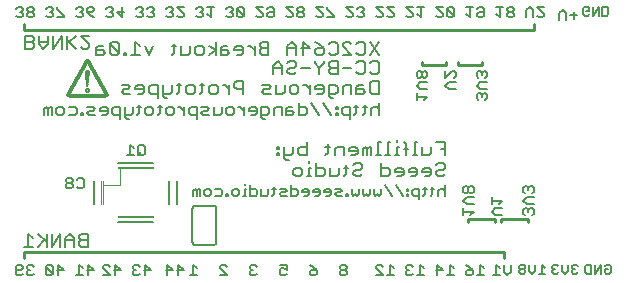
<source format=gbo>
G75*
G70*
%OFA0B0*%
%FSLAX24Y24*%
%IPPOS*%
%LPD*%
%AMOC8*
5,1,8,0,0,1.08239X$1,22.5*
%
%ADD10C,0.0050*%
%ADD11C,0.0100*%
%ADD12C,0.0060*%
%ADD13C,0.0120*%
%ADD14C,0.0025*%
D10*
X000929Y001686D02*
X000871Y001745D01*
X000871Y001978D01*
X000929Y002037D01*
X001046Y002037D01*
X001105Y001978D01*
X001105Y001920D01*
X001046Y001861D01*
X000871Y001861D01*
X000929Y001686D02*
X001046Y001686D01*
X001105Y001745D01*
X001239Y001745D02*
X001298Y001686D01*
X001415Y001686D01*
X001473Y001745D01*
X001356Y001861D02*
X001298Y001861D01*
X001239Y001803D01*
X001239Y001745D01*
X001298Y001861D02*
X001239Y001920D01*
X001239Y001978D01*
X001298Y002037D01*
X001415Y002037D01*
X001473Y001978D01*
X001871Y001978D02*
X001871Y001745D01*
X001929Y001686D01*
X002046Y001686D01*
X002105Y001745D01*
X001871Y001978D01*
X001929Y002037D01*
X002046Y002037D01*
X002105Y001978D01*
X002105Y001745D01*
X002239Y001861D02*
X002473Y001861D01*
X002298Y002037D01*
X002298Y001686D01*
X002871Y001686D02*
X003105Y001686D01*
X002988Y001686D02*
X002988Y002037D01*
X003105Y001920D01*
X003239Y001861D02*
X003473Y001861D01*
X003298Y002037D01*
X003298Y001686D01*
X003771Y001686D02*
X004005Y001686D01*
X003771Y001920D01*
X003771Y001978D01*
X003829Y002037D01*
X003946Y002037D01*
X004005Y001978D01*
X004139Y001861D02*
X004373Y001861D01*
X004198Y002037D01*
X004198Y001686D01*
X004771Y001745D02*
X004829Y001686D01*
X004946Y001686D01*
X005005Y001745D01*
X004888Y001861D02*
X004829Y001861D01*
X004771Y001803D01*
X004771Y001745D01*
X004829Y001861D02*
X004771Y001920D01*
X004771Y001978D01*
X004829Y002037D01*
X004946Y002037D01*
X005005Y001978D01*
X005139Y001861D02*
X005373Y001861D01*
X005198Y002037D01*
X005198Y001686D01*
X005871Y001861D02*
X006105Y001861D01*
X005929Y002037D01*
X005929Y001686D01*
X006239Y001861D02*
X006473Y001861D01*
X006298Y002037D01*
X006298Y001686D01*
X006671Y001686D02*
X006905Y001686D01*
X006788Y001686D02*
X006788Y002037D01*
X006905Y001920D01*
X007671Y001920D02*
X007671Y001978D01*
X007729Y002037D01*
X007846Y002037D01*
X007905Y001978D01*
X007671Y001920D02*
X007905Y001686D01*
X007671Y001686D01*
X008671Y001745D02*
X008729Y001686D01*
X008846Y001686D01*
X008905Y001745D01*
X008788Y001861D02*
X008729Y001861D01*
X008671Y001803D01*
X008671Y001745D01*
X008729Y001861D02*
X008671Y001920D01*
X008671Y001978D01*
X008729Y002037D01*
X008846Y002037D01*
X008905Y001978D01*
X009671Y002037D02*
X009905Y002037D01*
X009905Y001861D01*
X009788Y001920D01*
X009729Y001920D01*
X009671Y001861D01*
X009671Y001745D01*
X009729Y001686D01*
X009846Y001686D01*
X009905Y001745D01*
X010671Y001745D02*
X010671Y001803D01*
X010729Y001861D01*
X010905Y001861D01*
X010905Y001745D01*
X010846Y001686D01*
X010729Y001686D01*
X010671Y001745D01*
X010788Y001978D02*
X010905Y001861D01*
X010788Y001978D02*
X010671Y002037D01*
X011671Y001978D02*
X011671Y001920D01*
X011729Y001861D01*
X011846Y001861D01*
X011905Y001920D01*
X011905Y001978D01*
X011846Y002037D01*
X011729Y002037D01*
X011671Y001978D01*
X011729Y001861D02*
X011671Y001803D01*
X011671Y001745D01*
X011729Y001686D01*
X011846Y001686D01*
X011905Y001745D01*
X011905Y001803D01*
X011846Y001861D01*
X012871Y001920D02*
X012871Y001978D01*
X012929Y002037D01*
X013046Y002037D01*
X013105Y001978D01*
X012871Y001920D02*
X013105Y001686D01*
X012871Y001686D01*
X013239Y001686D02*
X013473Y001686D01*
X013356Y001686D02*
X013356Y002037D01*
X013473Y001920D01*
X013871Y001920D02*
X013929Y001861D01*
X013871Y001803D01*
X013871Y001745D01*
X013929Y001686D01*
X014046Y001686D01*
X014105Y001745D01*
X014239Y001686D02*
X014473Y001686D01*
X014356Y001686D02*
X014356Y002037D01*
X014473Y001920D01*
X014105Y001978D02*
X014046Y002037D01*
X013929Y002037D01*
X013871Y001978D01*
X013871Y001920D01*
X013929Y001861D02*
X013988Y001861D01*
X014871Y001861D02*
X015105Y001861D01*
X014929Y002037D01*
X014929Y001686D01*
X015239Y001686D02*
X015473Y001686D01*
X015356Y001686D02*
X015356Y002037D01*
X015473Y001920D01*
X015871Y002037D02*
X015988Y001978D01*
X016105Y001861D01*
X015929Y001861D01*
X015871Y001803D01*
X015871Y001745D01*
X015929Y001686D01*
X016046Y001686D01*
X016105Y001745D01*
X016105Y001861D01*
X016239Y001686D02*
X016473Y001686D01*
X016356Y001686D02*
X016356Y002037D01*
X016473Y001920D01*
X016771Y001686D02*
X017005Y001686D01*
X016888Y001686D02*
X016888Y002037D01*
X017005Y001920D01*
X017139Y001803D02*
X017139Y002037D01*
X017373Y002037D02*
X017373Y001803D01*
X017256Y001686D01*
X017139Y001803D01*
X017658Y001786D02*
X017708Y001736D01*
X017809Y001736D01*
X017859Y001786D01*
X017859Y001836D01*
X017809Y001886D01*
X017708Y001886D01*
X017658Y001836D01*
X017658Y001786D01*
X017708Y001886D02*
X017658Y001936D01*
X017658Y001986D01*
X017708Y002036D01*
X017809Y002036D01*
X017859Y001986D01*
X017859Y001936D01*
X017809Y001886D01*
X017981Y001836D02*
X018081Y001736D01*
X018181Y001836D01*
X018181Y002036D01*
X017981Y002036D02*
X017981Y001836D01*
X018303Y001736D02*
X018503Y001736D01*
X018403Y001736D02*
X018403Y002036D01*
X018503Y001936D01*
X018758Y001936D02*
X018758Y001986D01*
X018808Y002036D01*
X018909Y002036D01*
X018959Y001986D01*
X019081Y002036D02*
X019081Y001836D01*
X019181Y001736D01*
X019281Y001836D01*
X019281Y002036D01*
X019403Y001986D02*
X019403Y001936D01*
X019453Y001886D01*
X019403Y001836D01*
X019403Y001786D01*
X019453Y001736D01*
X019553Y001736D01*
X019603Y001786D01*
X019503Y001886D02*
X019453Y001886D01*
X019403Y001986D02*
X019453Y002036D01*
X019553Y002036D01*
X019603Y001986D01*
X019858Y001986D02*
X019858Y001786D01*
X019908Y001736D01*
X020059Y001736D01*
X020059Y002036D01*
X019908Y002036D01*
X019858Y001986D01*
X020181Y002036D02*
X020181Y001736D01*
X020381Y002036D01*
X020381Y001736D01*
X020503Y001786D02*
X020503Y001886D01*
X020603Y001886D01*
X020503Y001786D02*
X020553Y001736D01*
X020653Y001736D01*
X020703Y001786D01*
X020703Y001986D01*
X020653Y002036D01*
X020553Y002036D01*
X020503Y001986D01*
X018959Y001786D02*
X018909Y001736D01*
X018808Y001736D01*
X018758Y001786D01*
X018758Y001836D01*
X018808Y001886D01*
X018859Y001886D01*
X018808Y001886D02*
X018758Y001936D01*
X018078Y003686D02*
X018137Y003745D01*
X018137Y003861D01*
X018078Y003920D01*
X018020Y003920D01*
X017961Y003861D01*
X017903Y003920D01*
X017845Y003920D01*
X017786Y003861D01*
X017786Y003745D01*
X017845Y003686D01*
X017961Y003803D02*
X017961Y003861D01*
X017903Y004055D02*
X017786Y004171D01*
X017903Y004288D01*
X018137Y004288D01*
X018078Y004423D02*
X018137Y004481D01*
X018137Y004598D01*
X018078Y004656D01*
X018020Y004656D01*
X017961Y004598D01*
X017903Y004656D01*
X017845Y004656D01*
X017786Y004598D01*
X017786Y004481D01*
X017845Y004423D01*
X017961Y004540D02*
X017961Y004598D01*
X017903Y004055D02*
X018137Y004055D01*
X017087Y004171D02*
X016736Y004171D01*
X016736Y004055D02*
X016736Y004288D01*
X016970Y004055D02*
X017087Y004171D01*
X017087Y003920D02*
X016853Y003920D01*
X016736Y003803D01*
X016853Y003686D01*
X017087Y003686D01*
X016137Y003803D02*
X016020Y003686D01*
X016137Y003803D02*
X015786Y003803D01*
X015786Y003686D02*
X015786Y003920D01*
X015903Y004055D02*
X015786Y004171D01*
X015903Y004288D01*
X016137Y004288D01*
X016078Y004423D02*
X016020Y004423D01*
X015961Y004481D01*
X015961Y004598D01*
X015903Y004656D01*
X015845Y004656D01*
X015786Y004598D01*
X015786Y004481D01*
X015845Y004423D01*
X015903Y004423D01*
X015961Y004481D01*
X015961Y004598D02*
X016020Y004656D01*
X016078Y004656D01*
X016137Y004598D01*
X016137Y004481D01*
X016078Y004423D01*
X016137Y004055D02*
X015903Y004055D01*
X015186Y004336D02*
X015186Y004687D01*
X015128Y004570D02*
X015011Y004570D01*
X014953Y004511D01*
X014953Y004336D01*
X014760Y004395D02*
X014701Y004336D01*
X014760Y004395D02*
X014760Y004628D01*
X014818Y004570D02*
X014701Y004570D01*
X014572Y004570D02*
X014456Y004570D01*
X014514Y004628D02*
X014514Y004395D01*
X014456Y004336D01*
X014327Y004336D02*
X014152Y004336D01*
X014093Y004395D01*
X014093Y004511D01*
X014152Y004570D01*
X014327Y004570D01*
X014327Y004220D01*
X013959Y004336D02*
X013959Y004395D01*
X013900Y004395D01*
X013900Y004336D01*
X013959Y004336D01*
X013774Y004336D02*
X013541Y004687D01*
X013173Y004687D02*
X013406Y004336D01*
X013038Y004395D02*
X012980Y004336D01*
X012921Y004395D01*
X012863Y004336D01*
X012804Y004395D01*
X012804Y004570D01*
X012670Y004570D02*
X012670Y004395D01*
X012611Y004336D01*
X012553Y004395D01*
X012494Y004336D01*
X012436Y004395D01*
X012436Y004570D01*
X012301Y004570D02*
X012301Y004395D01*
X012243Y004336D01*
X012185Y004395D01*
X012126Y004336D01*
X012068Y004395D01*
X012068Y004570D01*
X011933Y004395D02*
X011875Y004395D01*
X011875Y004336D01*
X011933Y004336D01*
X011933Y004395D01*
X011749Y004336D02*
X011574Y004336D01*
X011515Y004395D01*
X011574Y004453D01*
X011690Y004453D01*
X011749Y004511D01*
X011690Y004570D01*
X011515Y004570D01*
X011381Y004511D02*
X011381Y004395D01*
X011322Y004336D01*
X011205Y004336D01*
X011147Y004453D02*
X011381Y004453D01*
X011381Y004511D02*
X011322Y004570D01*
X011205Y004570D01*
X011147Y004511D01*
X011147Y004453D01*
X011012Y004453D02*
X010779Y004453D01*
X010779Y004511D01*
X010837Y004570D01*
X010954Y004570D01*
X011012Y004511D01*
X011012Y004395D01*
X010954Y004336D01*
X010837Y004336D01*
X010644Y004395D02*
X010644Y004511D01*
X010586Y004570D01*
X010469Y004570D01*
X010410Y004511D01*
X010410Y004453D01*
X010644Y004453D01*
X010644Y004395D02*
X010586Y004336D01*
X010469Y004336D01*
X010276Y004395D02*
X010276Y004511D01*
X010217Y004570D01*
X010042Y004570D01*
X010042Y004687D02*
X010042Y004336D01*
X010217Y004336D01*
X010276Y004395D01*
X009907Y004336D02*
X009732Y004336D01*
X009674Y004395D01*
X009732Y004453D01*
X009849Y004453D01*
X009907Y004511D01*
X009849Y004570D01*
X009674Y004570D01*
X009539Y004570D02*
X009422Y004570D01*
X009481Y004628D02*
X009481Y004395D01*
X009422Y004336D01*
X009293Y004395D02*
X009235Y004336D01*
X009060Y004336D01*
X009060Y004570D01*
X008925Y004511D02*
X008925Y004395D01*
X008867Y004336D01*
X008692Y004336D01*
X008692Y004687D01*
X008692Y004570D02*
X008867Y004570D01*
X008925Y004511D01*
X008557Y004570D02*
X008499Y004570D01*
X008499Y004336D01*
X008557Y004336D02*
X008440Y004336D01*
X008311Y004395D02*
X008253Y004336D01*
X008136Y004336D01*
X008078Y004395D01*
X008078Y004511D01*
X008136Y004570D01*
X008253Y004570D01*
X008311Y004511D01*
X008311Y004395D01*
X007943Y004395D02*
X007943Y004336D01*
X007885Y004336D01*
X007885Y004395D01*
X007943Y004395D01*
X007759Y004395D02*
X007701Y004336D01*
X007525Y004336D01*
X007391Y004395D02*
X007332Y004336D01*
X007215Y004336D01*
X007157Y004395D01*
X007157Y004511D01*
X007215Y004570D01*
X007332Y004570D01*
X007391Y004511D01*
X007391Y004395D01*
X007525Y004570D02*
X007701Y004570D01*
X007759Y004511D01*
X007759Y004395D01*
X008499Y004687D02*
X008499Y004745D01*
X009293Y004570D02*
X009293Y004395D01*
X007022Y004336D02*
X007022Y004570D01*
X006964Y004570D01*
X006906Y004511D01*
X006847Y004570D01*
X006789Y004511D01*
X006789Y004336D01*
X006906Y004336D02*
X006906Y004511D01*
X006239Y004839D02*
X006239Y004083D01*
X005452Y003477D02*
X004271Y003477D01*
X003483Y004083D02*
X003483Y004839D01*
X003136Y004878D02*
X003136Y004645D01*
X003078Y004586D01*
X002961Y004586D01*
X002903Y004645D01*
X002768Y004645D02*
X002710Y004586D01*
X002593Y004586D01*
X002534Y004645D01*
X002534Y004703D01*
X002593Y004761D01*
X002710Y004761D01*
X002768Y004820D01*
X002768Y004878D01*
X002710Y004937D01*
X002593Y004937D01*
X002534Y004878D01*
X002534Y004820D01*
X002593Y004761D01*
X002710Y004761D02*
X002768Y004703D01*
X002768Y004645D01*
X002903Y004878D02*
X002961Y004937D01*
X003078Y004937D01*
X003136Y004878D01*
X004271Y005446D02*
X005452Y005446D01*
X005173Y005745D02*
X005115Y005686D01*
X004998Y005686D01*
X004939Y005745D01*
X004939Y005978D01*
X004998Y006037D01*
X005115Y006037D01*
X005173Y005978D01*
X005173Y005745D01*
X005056Y005803D02*
X004939Y005686D01*
X004805Y005686D02*
X004571Y005686D01*
X004688Y005686D02*
X004688Y006037D01*
X004805Y005920D01*
X004635Y006903D02*
X004569Y006903D01*
X004502Y006970D01*
X004502Y007303D01*
X004354Y007303D02*
X004154Y007303D01*
X004087Y007236D01*
X004087Y007103D01*
X004154Y007036D01*
X004354Y007036D01*
X004354Y006903D02*
X004354Y007303D01*
X004502Y007036D02*
X004702Y007036D01*
X004769Y007103D01*
X004769Y007303D01*
X004911Y007303D02*
X005045Y007303D01*
X004978Y007370D02*
X004978Y007103D01*
X004911Y007036D01*
X005192Y007103D02*
X005192Y007236D01*
X005259Y007303D01*
X005393Y007303D01*
X005459Y007236D01*
X005459Y007103D01*
X005393Y007036D01*
X005259Y007036D01*
X005192Y007103D01*
X005602Y007036D02*
X005669Y007103D01*
X005669Y007370D01*
X005735Y007303D02*
X005602Y007303D01*
X005883Y007236D02*
X005950Y007303D01*
X006083Y007303D01*
X006150Y007236D01*
X006150Y007103D01*
X006083Y007036D01*
X005950Y007036D01*
X005883Y007103D01*
X005883Y007236D01*
X006295Y007303D02*
X006362Y007303D01*
X006495Y007170D01*
X006495Y007303D02*
X006495Y007036D01*
X006643Y007103D02*
X006643Y007236D01*
X006709Y007303D01*
X006909Y007303D01*
X006909Y006903D01*
X006909Y007036D02*
X006709Y007036D01*
X006643Y007103D01*
X007057Y007103D02*
X007124Y007170D01*
X007257Y007170D01*
X007324Y007236D01*
X007257Y007303D01*
X007057Y007303D01*
X007057Y007103D02*
X007124Y007036D01*
X007324Y007036D01*
X007471Y007036D02*
X007471Y007303D01*
X007738Y007303D02*
X007738Y007103D01*
X007671Y007036D01*
X007471Y007036D01*
X007886Y007103D02*
X007886Y007236D01*
X007952Y007303D01*
X008086Y007303D01*
X008152Y007236D01*
X008152Y007103D01*
X008086Y007036D01*
X007952Y007036D01*
X007886Y007103D01*
X008298Y007303D02*
X008364Y007303D01*
X008498Y007170D01*
X008498Y007303D02*
X008498Y007036D01*
X008645Y007170D02*
X008912Y007170D01*
X008912Y007236D02*
X008845Y007303D01*
X008712Y007303D01*
X008645Y007236D01*
X008645Y007170D01*
X008712Y007036D02*
X008845Y007036D01*
X008912Y007103D01*
X008912Y007236D01*
X009059Y007303D02*
X009260Y007303D01*
X009326Y007236D01*
X009326Y007103D01*
X009260Y007036D01*
X009059Y007036D01*
X009059Y006970D02*
X009059Y007303D01*
X009474Y007236D02*
X009474Y007036D01*
X009474Y007236D02*
X009541Y007303D01*
X009741Y007303D01*
X009741Y007036D01*
X009888Y007036D02*
X009888Y007236D01*
X009955Y007303D01*
X010088Y007303D01*
X010088Y007170D02*
X009888Y007170D01*
X009888Y007036D02*
X010088Y007036D01*
X010155Y007103D01*
X010088Y007170D01*
X010302Y007303D02*
X010503Y007303D01*
X010569Y007236D01*
X010569Y007103D01*
X010503Y007036D01*
X010302Y007036D01*
X010302Y007437D01*
X010717Y007437D02*
X010984Y007036D01*
X011398Y007036D02*
X011131Y007437D01*
X011538Y007303D02*
X011538Y007236D01*
X011605Y007236D01*
X011605Y007303D01*
X011538Y007303D01*
X011753Y007236D02*
X011753Y007103D01*
X011819Y007036D01*
X012019Y007036D01*
X012019Y006903D02*
X012019Y007303D01*
X011819Y007303D01*
X011753Y007236D01*
X011605Y007103D02*
X011605Y007036D01*
X011538Y007036D01*
X011538Y007103D01*
X011605Y007103D01*
X012162Y007036D02*
X012229Y007103D01*
X012229Y007370D01*
X012296Y007303D02*
X012162Y007303D01*
X012439Y007303D02*
X012572Y007303D01*
X012505Y007370D02*
X012505Y007103D01*
X012439Y007036D01*
X012719Y007036D02*
X012719Y007236D01*
X012786Y007303D01*
X012920Y007303D01*
X012986Y007236D01*
X012986Y007036D02*
X012986Y007437D01*
X014236Y007531D02*
X014236Y007765D01*
X014236Y007648D02*
X014587Y007648D01*
X014470Y007531D01*
X014587Y007900D02*
X014353Y007900D01*
X014236Y008016D01*
X014353Y008133D01*
X014587Y008133D01*
X014528Y008268D02*
X014470Y008268D01*
X014411Y008326D01*
X014411Y008443D01*
X014353Y008501D01*
X014295Y008501D01*
X014236Y008443D01*
X014236Y008326D01*
X014295Y008268D01*
X014353Y008268D01*
X014411Y008326D01*
X014411Y008443D02*
X014470Y008501D01*
X014528Y008501D01*
X014587Y008443D01*
X014587Y008326D01*
X014528Y008268D01*
X015186Y008268D02*
X015420Y008501D01*
X015478Y008501D01*
X015537Y008443D01*
X015537Y008326D01*
X015478Y008268D01*
X015537Y008133D02*
X015303Y008133D01*
X015186Y008016D01*
X015303Y007900D01*
X015537Y007900D01*
X015186Y008268D02*
X015186Y008501D01*
X016236Y008443D02*
X016236Y008326D01*
X016295Y008268D01*
X016353Y008133D02*
X016587Y008133D01*
X016528Y008268D02*
X016587Y008326D01*
X016587Y008443D01*
X016528Y008501D01*
X016470Y008501D01*
X016411Y008443D01*
X016353Y008501D01*
X016295Y008501D01*
X016236Y008443D01*
X016411Y008443D02*
X016411Y008385D01*
X016353Y008133D02*
X016236Y008016D01*
X016353Y007900D01*
X016587Y007900D01*
X016528Y007765D02*
X016470Y007765D01*
X016411Y007706D01*
X016353Y007765D01*
X016295Y007765D01*
X016236Y007706D01*
X016236Y007590D01*
X016295Y007531D01*
X016411Y007648D02*
X016411Y007706D01*
X016528Y007765D02*
X016587Y007706D01*
X016587Y007590D01*
X016528Y007531D01*
X018986Y010186D02*
X018986Y010420D01*
X019103Y010536D01*
X019220Y010420D01*
X019220Y010186D01*
X019471Y010244D02*
X019471Y010478D01*
X019355Y010361D02*
X019588Y010361D01*
X019786Y010386D02*
X019786Y010586D01*
X019836Y010636D01*
X019936Y010636D01*
X019986Y010586D01*
X019986Y010486D01*
X019886Y010486D01*
X019786Y010386D02*
X019836Y010336D01*
X019936Y010336D01*
X019986Y010386D01*
X020109Y010336D02*
X020309Y010636D01*
X020309Y010336D01*
X020431Y010336D02*
X020581Y010336D01*
X020631Y010386D01*
X020631Y010586D01*
X020581Y010636D01*
X020431Y010636D01*
X020431Y010336D01*
X020109Y010336D02*
X020109Y010636D01*
X018488Y010636D02*
X018255Y010636D01*
X018488Y010403D01*
X018488Y010344D01*
X018430Y010286D01*
X018313Y010286D01*
X018255Y010344D01*
X018120Y010286D02*
X018120Y010520D01*
X018003Y010636D01*
X017886Y010520D01*
X017886Y010286D01*
X017488Y010344D02*
X017488Y010403D01*
X017430Y010461D01*
X017313Y010461D01*
X017255Y010403D01*
X017255Y010344D01*
X017313Y010286D01*
X017430Y010286D01*
X017488Y010344D01*
X017430Y010461D02*
X017488Y010520D01*
X017488Y010578D01*
X017430Y010636D01*
X017313Y010636D01*
X017255Y010578D01*
X017255Y010520D01*
X017313Y010461D01*
X017120Y010636D02*
X016886Y010636D01*
X017003Y010636D02*
X017003Y010286D01*
X016886Y010403D01*
X016488Y010461D02*
X016313Y010461D01*
X016255Y010403D01*
X016255Y010344D01*
X016313Y010286D01*
X016430Y010286D01*
X016488Y010344D01*
X016488Y010578D01*
X016430Y010636D01*
X016313Y010636D01*
X016255Y010578D01*
X016120Y010636D02*
X015886Y010636D01*
X016003Y010636D02*
X016003Y010286D01*
X015886Y010403D01*
X015488Y010344D02*
X015255Y010578D01*
X015313Y010636D01*
X015430Y010636D01*
X015488Y010578D01*
X015488Y010344D01*
X015430Y010286D01*
X015313Y010286D01*
X015255Y010344D01*
X015255Y010578D01*
X015120Y010636D02*
X014886Y010636D01*
X015120Y010403D01*
X015120Y010344D01*
X015061Y010286D01*
X014945Y010286D01*
X014886Y010344D01*
X014488Y010636D02*
X014255Y010636D01*
X014371Y010636D02*
X014371Y010286D01*
X014255Y010403D01*
X014120Y010403D02*
X014120Y010344D01*
X014061Y010286D01*
X013945Y010286D01*
X013886Y010344D01*
X014120Y010403D02*
X013886Y010636D01*
X014120Y010636D01*
X013488Y010636D02*
X013255Y010636D01*
X013488Y010403D01*
X013488Y010344D01*
X013430Y010286D01*
X013313Y010286D01*
X013255Y010344D01*
X013120Y010344D02*
X013120Y010403D01*
X012886Y010636D01*
X013120Y010636D01*
X013120Y010344D02*
X013061Y010286D01*
X012945Y010286D01*
X012886Y010344D01*
X012488Y010344D02*
X012488Y010403D01*
X012430Y010461D01*
X012488Y010520D01*
X012488Y010578D01*
X012430Y010636D01*
X012313Y010636D01*
X012255Y010578D01*
X012120Y010636D02*
X011886Y010636D01*
X012120Y010403D01*
X012120Y010344D01*
X012061Y010286D01*
X011945Y010286D01*
X011886Y010344D01*
X012255Y010344D02*
X012313Y010286D01*
X012430Y010286D01*
X012488Y010344D01*
X012430Y010461D02*
X012371Y010461D01*
X011488Y010344D02*
X011255Y010578D01*
X011255Y010636D01*
X011120Y010636D02*
X010886Y010636D01*
X011120Y010403D01*
X011120Y010344D01*
X011061Y010286D01*
X010945Y010286D01*
X010886Y010344D01*
X011255Y010286D02*
X011488Y010286D01*
X011488Y010344D01*
X010488Y010344D02*
X010488Y010403D01*
X010430Y010461D01*
X010313Y010461D01*
X010255Y010403D01*
X010255Y010344D01*
X010313Y010286D01*
X010430Y010286D01*
X010488Y010344D01*
X010430Y010461D02*
X010488Y010520D01*
X010488Y010578D01*
X010430Y010636D01*
X010313Y010636D01*
X010255Y010578D01*
X010255Y010520D01*
X010313Y010461D01*
X010120Y010403D02*
X010120Y010344D01*
X010061Y010286D01*
X009945Y010286D01*
X009886Y010344D01*
X010120Y010403D02*
X009886Y010636D01*
X010120Y010636D01*
X009488Y010578D02*
X009488Y010344D01*
X009430Y010286D01*
X009313Y010286D01*
X009255Y010344D01*
X009255Y010403D01*
X009313Y010461D01*
X009488Y010461D01*
X009488Y010578D02*
X009430Y010636D01*
X009313Y010636D01*
X009255Y010578D01*
X009120Y010636D02*
X008886Y010636D01*
X009120Y010403D01*
X009120Y010344D01*
X009061Y010286D01*
X008945Y010286D01*
X008886Y010344D01*
X008488Y010344D02*
X008488Y010578D01*
X008430Y010636D01*
X008313Y010636D01*
X008255Y010578D01*
X008488Y010344D01*
X008430Y010286D01*
X008313Y010286D01*
X008255Y010344D01*
X008255Y010578D01*
X008120Y010578D02*
X008061Y010636D01*
X007945Y010636D01*
X007886Y010578D01*
X008003Y010461D02*
X008061Y010461D01*
X008120Y010520D01*
X008120Y010578D01*
X008061Y010461D02*
X008120Y010403D01*
X008120Y010344D01*
X008061Y010286D01*
X007945Y010286D01*
X007886Y010344D01*
X007488Y010636D02*
X007255Y010636D01*
X007371Y010636D02*
X007371Y010286D01*
X007255Y010403D01*
X007120Y010403D02*
X007120Y010344D01*
X007061Y010286D01*
X006945Y010286D01*
X006886Y010344D01*
X007003Y010461D02*
X007061Y010461D01*
X007120Y010520D01*
X007120Y010578D01*
X007061Y010636D01*
X006945Y010636D01*
X006886Y010578D01*
X007061Y010461D02*
X007120Y010403D01*
X006488Y010403D02*
X006488Y010344D01*
X006430Y010286D01*
X006313Y010286D01*
X006255Y010344D01*
X006120Y010344D02*
X006120Y010403D01*
X006061Y010461D01*
X006120Y010520D01*
X006120Y010578D01*
X006061Y010636D01*
X005945Y010636D01*
X005886Y010578D01*
X006003Y010461D02*
X006061Y010461D01*
X006120Y010344D02*
X006061Y010286D01*
X005945Y010286D01*
X005886Y010344D01*
X005488Y010344D02*
X005488Y010403D01*
X005430Y010461D01*
X005488Y010520D01*
X005488Y010578D01*
X005430Y010636D01*
X005313Y010636D01*
X005255Y010578D01*
X005120Y010578D02*
X005061Y010636D01*
X004945Y010636D01*
X004886Y010578D01*
X005003Y010461D02*
X005061Y010461D01*
X005120Y010520D01*
X005120Y010578D01*
X005061Y010461D02*
X005120Y010403D01*
X005120Y010344D01*
X005061Y010286D01*
X004945Y010286D01*
X004886Y010344D01*
X004488Y010461D02*
X004255Y010461D01*
X004430Y010286D01*
X004430Y010636D01*
X004120Y010578D02*
X004061Y010636D01*
X003945Y010636D01*
X003886Y010578D01*
X004003Y010461D02*
X004061Y010461D01*
X004120Y010520D01*
X004120Y010578D01*
X004061Y010461D02*
X004120Y010403D01*
X004120Y010344D01*
X004061Y010286D01*
X003945Y010286D01*
X003886Y010344D01*
X003488Y010286D02*
X003371Y010344D01*
X003255Y010461D01*
X003430Y010461D01*
X003488Y010520D01*
X003488Y010578D01*
X003430Y010636D01*
X003313Y010636D01*
X003255Y010578D01*
X003255Y010461D01*
X003120Y010403D02*
X003120Y010344D01*
X003061Y010286D01*
X002945Y010286D01*
X002886Y010344D01*
X003003Y010461D02*
X003061Y010461D01*
X003120Y010520D01*
X003120Y010578D01*
X003061Y010636D01*
X002945Y010636D01*
X002886Y010578D01*
X003061Y010461D02*
X003120Y010403D01*
X002488Y010344D02*
X002255Y010578D01*
X002255Y010636D01*
X002120Y010578D02*
X002061Y010636D01*
X001945Y010636D01*
X001886Y010578D01*
X002003Y010461D02*
X002061Y010461D01*
X002120Y010520D01*
X002120Y010578D01*
X002061Y010461D02*
X002120Y010403D01*
X002120Y010344D01*
X002061Y010286D01*
X001945Y010286D01*
X001886Y010344D01*
X002255Y010286D02*
X002488Y010286D01*
X002488Y010344D01*
X001488Y010344D02*
X001488Y010403D01*
X001430Y010461D01*
X001313Y010461D01*
X001255Y010403D01*
X001255Y010344D01*
X001313Y010286D01*
X001430Y010286D01*
X001488Y010344D01*
X001430Y010461D02*
X001488Y010520D01*
X001488Y010578D01*
X001430Y010636D01*
X001313Y010636D01*
X001255Y010578D01*
X001255Y010520D01*
X001313Y010461D01*
X001120Y010403D02*
X001120Y010344D01*
X001061Y010286D01*
X000945Y010286D01*
X000886Y010344D01*
X001003Y010461D02*
X001061Y010461D01*
X001120Y010520D01*
X001120Y010578D01*
X001061Y010636D01*
X000945Y010636D01*
X000886Y010578D01*
X001061Y010461D02*
X001120Y010403D01*
X003212Y008452D02*
X003261Y008009D01*
X003310Y008452D01*
X003212Y008452D01*
X003216Y008414D02*
X003306Y008414D01*
X003301Y008365D02*
X003222Y008365D01*
X003227Y008317D02*
X003295Y008317D01*
X003290Y008268D02*
X003232Y008268D01*
X003238Y008219D02*
X003285Y008219D01*
X003279Y008171D02*
X003243Y008171D01*
X003249Y008122D02*
X003274Y008122D01*
X003268Y008074D02*
X003254Y008074D01*
X003259Y008025D02*
X003263Y008025D01*
X003212Y007861D02*
X003214Y007874D01*
X003219Y007886D01*
X003228Y007897D01*
X003238Y007905D01*
X003251Y007909D01*
X003264Y007910D01*
X003277Y007907D01*
X003289Y007901D01*
X003299Y007892D01*
X003306Y007881D01*
X003310Y007868D01*
X003310Y007854D01*
X003306Y007841D01*
X003299Y007830D01*
X003289Y007821D01*
X003277Y007815D01*
X003264Y007812D01*
X003251Y007813D01*
X003238Y007817D01*
X003228Y007825D01*
X003219Y007836D01*
X003214Y007848D01*
X003212Y007861D01*
X003259Y007303D02*
X003459Y007303D01*
X003526Y007236D01*
X003459Y007170D01*
X003326Y007170D01*
X003259Y007103D01*
X003326Y007036D01*
X003526Y007036D01*
X003673Y007170D02*
X003940Y007170D01*
X003940Y007236D02*
X003873Y007303D01*
X003740Y007303D01*
X003673Y007236D01*
X003673Y007170D01*
X003740Y007036D02*
X003873Y007036D01*
X003940Y007103D01*
X003940Y007236D01*
X003111Y007103D02*
X003045Y007103D01*
X003045Y007036D01*
X003111Y007036D01*
X003111Y007103D01*
X002904Y007103D02*
X002904Y007236D01*
X002838Y007303D01*
X002637Y007303D01*
X002490Y007236D02*
X002490Y007103D01*
X002423Y007036D01*
X002290Y007036D01*
X002223Y007103D01*
X002223Y007236D01*
X002290Y007303D01*
X002423Y007303D01*
X002490Y007236D01*
X002637Y007036D02*
X002838Y007036D01*
X002904Y007103D01*
X002076Y007036D02*
X002076Y007303D01*
X002009Y007303D01*
X001942Y007236D01*
X001875Y007303D01*
X001809Y007236D01*
X001809Y007036D01*
X001942Y007036D02*
X001942Y007236D01*
X003212Y008452D02*
X003214Y008465D01*
X003219Y008476D01*
X003226Y008487D01*
X003237Y008494D01*
X003248Y008499D01*
X003261Y008501D01*
X003274Y008499D01*
X003286Y008494D01*
X003296Y008487D01*
X003303Y008476D01*
X003308Y008465D01*
X003310Y008452D01*
X005255Y010344D02*
X005313Y010286D01*
X005430Y010286D01*
X005488Y010344D01*
X005430Y010461D02*
X005371Y010461D01*
X006255Y010636D02*
X006488Y010403D01*
X006488Y010636D02*
X006255Y010636D01*
X009059Y006970D02*
X009126Y006903D01*
X009193Y006903D01*
X013038Y004570D02*
X013038Y004395D01*
X013900Y004511D02*
X013959Y004511D01*
X013959Y004570D01*
X013900Y004570D01*
X013900Y004511D01*
X015128Y004570D02*
X015186Y004511D01*
D11*
X015961Y003561D02*
X016861Y003561D01*
X016861Y003461D01*
X017061Y003461D02*
X017061Y003561D01*
X017961Y003561D01*
X017961Y003461D01*
X017161Y002461D02*
X017161Y002261D01*
X017161Y002461D02*
X001161Y002461D01*
X001161Y002261D01*
X001161Y009861D02*
X018161Y009861D01*
X018161Y010061D01*
X016411Y008811D02*
X016411Y008711D01*
X015611Y008711D01*
X015611Y008811D01*
X015211Y008811D02*
X015211Y008711D01*
X014411Y008711D01*
X014411Y008811D01*
X015961Y003561D02*
X015961Y003461D01*
X001161Y009861D02*
X001161Y010061D01*
D12*
X001191Y009681D02*
X001411Y009681D01*
X001485Y009608D01*
X001485Y009534D01*
X001411Y009461D01*
X001191Y009461D01*
X001191Y009241D02*
X001411Y009241D01*
X001485Y009314D01*
X001485Y009388D01*
X001411Y009461D01*
X001652Y009461D02*
X001945Y009461D01*
X001945Y009388D02*
X001945Y009681D01*
X002112Y009681D02*
X002112Y009241D01*
X002406Y009681D01*
X002406Y009241D01*
X002572Y009241D02*
X002572Y009681D01*
X002572Y009534D02*
X002866Y009241D01*
X003033Y009314D02*
X003106Y009241D01*
X003253Y009241D01*
X003326Y009314D01*
X003326Y009388D01*
X003033Y009681D01*
X003326Y009681D01*
X002866Y009681D02*
X002646Y009461D01*
X001945Y009388D02*
X001798Y009241D01*
X001652Y009388D01*
X001652Y009681D01*
X001191Y009681D02*
X001191Y009241D01*
X003557Y009261D02*
X003557Y009041D01*
X003778Y009041D01*
X003851Y009115D01*
X003778Y009188D01*
X003557Y009188D01*
X003557Y009261D02*
X003631Y009335D01*
X003778Y009335D01*
X004018Y009408D02*
X004018Y009115D01*
X004091Y009041D01*
X004238Y009041D01*
X004311Y009115D01*
X004018Y009408D01*
X004091Y009482D01*
X004238Y009482D01*
X004311Y009408D01*
X004311Y009115D01*
X004468Y009115D02*
X004468Y009041D01*
X004541Y009041D01*
X004541Y009115D01*
X004468Y009115D01*
X004708Y009041D02*
X005002Y009041D01*
X004855Y009041D02*
X004855Y009482D01*
X005002Y009335D01*
X005169Y009335D02*
X005315Y009041D01*
X005462Y009335D01*
X006083Y009335D02*
X006229Y009335D01*
X006156Y009408D02*
X006156Y009115D01*
X006083Y009041D01*
X006396Y009041D02*
X006396Y009335D01*
X006396Y009041D02*
X006616Y009041D01*
X006690Y009115D01*
X006690Y009335D01*
X006857Y009261D02*
X006857Y009115D01*
X006930Y009041D01*
X007077Y009041D01*
X007150Y009115D01*
X007150Y009261D01*
X007077Y009335D01*
X006930Y009335D01*
X006857Y009261D01*
X007314Y009335D02*
X007534Y009188D01*
X007314Y009041D01*
X007534Y009041D02*
X007534Y009482D01*
X007701Y009261D02*
X007701Y009041D01*
X007921Y009041D01*
X007994Y009115D01*
X007921Y009188D01*
X007701Y009188D01*
X007701Y009261D02*
X007774Y009335D01*
X007921Y009335D01*
X008161Y009261D02*
X008161Y009188D01*
X008454Y009188D01*
X008454Y009115D02*
X008454Y009261D01*
X008381Y009335D01*
X008234Y009335D01*
X008161Y009261D01*
X008381Y009041D02*
X008454Y009115D01*
X008381Y009041D02*
X008234Y009041D01*
X008618Y009335D02*
X008691Y009335D01*
X008838Y009188D01*
X008838Y009041D02*
X008838Y009335D01*
X009005Y009335D02*
X009005Y009408D01*
X009078Y009482D01*
X009298Y009482D01*
X009298Y009041D01*
X009078Y009041D01*
X009005Y009115D01*
X009005Y009188D01*
X009078Y009261D01*
X009298Y009261D01*
X009078Y009261D02*
X009005Y009335D01*
X009612Y008832D02*
X009465Y008685D01*
X009465Y008391D01*
X009759Y008391D02*
X009759Y008685D01*
X009612Y008832D01*
X009926Y008758D02*
X009999Y008832D01*
X010146Y008832D01*
X010219Y008758D01*
X010219Y008685D01*
X010146Y008611D01*
X009999Y008611D01*
X009926Y008538D01*
X009926Y008465D01*
X009999Y008391D01*
X010146Y008391D01*
X010219Y008465D01*
X010386Y008611D02*
X010679Y008611D01*
X010846Y008758D02*
X010846Y008832D01*
X010846Y008758D02*
X010993Y008611D01*
X010993Y008391D01*
X010993Y008611D02*
X011140Y008758D01*
X011140Y008832D01*
X011307Y008758D02*
X011307Y008685D01*
X011380Y008611D01*
X011600Y008611D01*
X011767Y008611D02*
X012061Y008611D01*
X012227Y008465D02*
X012301Y008391D01*
X012448Y008391D01*
X012521Y008465D01*
X012521Y008758D01*
X012448Y008832D01*
X012301Y008832D01*
X012227Y008758D01*
X012301Y009041D02*
X012227Y009115D01*
X012301Y009041D02*
X012448Y009041D01*
X012521Y009115D01*
X012521Y009408D01*
X012448Y009482D01*
X012301Y009482D01*
X012227Y009408D01*
X012061Y009408D02*
X011987Y009482D01*
X011840Y009482D01*
X011767Y009408D01*
X011767Y009335D01*
X012061Y009041D01*
X011767Y009041D01*
X011600Y009115D02*
X011527Y009041D01*
X011380Y009041D01*
X011307Y009115D01*
X011140Y009115D02*
X011140Y009261D01*
X010920Y009261D01*
X010846Y009188D01*
X010846Y009115D01*
X010920Y009041D01*
X011066Y009041D01*
X011140Y009115D01*
X011140Y009261D02*
X010993Y009408D01*
X010846Y009482D01*
X010679Y009261D02*
X010386Y009261D01*
X010219Y009261D02*
X009926Y009261D01*
X009926Y009335D02*
X009926Y009041D01*
X010219Y009041D02*
X010219Y009335D01*
X010072Y009482D01*
X009926Y009335D01*
X010459Y009482D02*
X010459Y009041D01*
X010679Y009261D02*
X010459Y009482D01*
X011307Y009408D02*
X011380Y009482D01*
X011527Y009482D01*
X011600Y009408D01*
X011600Y009115D01*
X011600Y008832D02*
X011380Y008832D01*
X011307Y008758D01*
X011380Y008611D02*
X011307Y008538D01*
X011307Y008465D01*
X011380Y008391D01*
X011600Y008391D01*
X011600Y008832D01*
X012688Y008758D02*
X012761Y008832D01*
X012908Y008832D01*
X012981Y008758D01*
X012981Y008465D01*
X012908Y008391D01*
X012761Y008391D01*
X012688Y008465D01*
X012761Y008182D02*
X012981Y008182D01*
X012981Y007741D01*
X012761Y007741D01*
X012688Y007815D01*
X012688Y008108D01*
X012761Y008182D01*
X012448Y008035D02*
X012301Y008035D01*
X012227Y007961D01*
X012227Y007741D01*
X012448Y007741D01*
X012521Y007815D01*
X012448Y007888D01*
X012227Y007888D01*
X012061Y007741D02*
X012061Y008035D01*
X011840Y008035D01*
X011767Y007961D01*
X011767Y007741D01*
X011600Y007815D02*
X011600Y007961D01*
X011527Y008035D01*
X011307Y008035D01*
X011307Y007668D01*
X011380Y007594D01*
X011453Y007594D01*
X011527Y007741D02*
X011307Y007741D01*
X011140Y007815D02*
X011140Y007961D01*
X011066Y008035D01*
X010920Y008035D01*
X010846Y007961D01*
X010846Y007888D01*
X011140Y007888D01*
X011140Y007815D02*
X011066Y007741D01*
X010920Y007741D01*
X010679Y007741D02*
X010679Y008035D01*
X010533Y008035D02*
X010679Y007888D01*
X010533Y008035D02*
X010459Y008035D01*
X010296Y007961D02*
X010296Y007815D01*
X010222Y007741D01*
X010076Y007741D01*
X010002Y007815D01*
X010002Y007961D01*
X010076Y008035D01*
X010222Y008035D01*
X010296Y007961D01*
X009836Y008035D02*
X009836Y007815D01*
X009762Y007741D01*
X009542Y007741D01*
X009542Y008035D01*
X009375Y007961D02*
X009302Y008035D01*
X009082Y008035D01*
X009155Y007888D02*
X009302Y007888D01*
X009375Y007961D01*
X009375Y007741D02*
X009155Y007741D01*
X009082Y007815D01*
X009155Y007888D01*
X008454Y007888D02*
X008234Y007888D01*
X008161Y007961D01*
X008161Y008108D01*
X008234Y008182D01*
X008454Y008182D01*
X008454Y007741D01*
X007994Y007741D02*
X007994Y008035D01*
X007994Y007888D02*
X007847Y008035D01*
X007774Y008035D01*
X007610Y007961D02*
X007610Y007815D01*
X007537Y007741D01*
X007390Y007741D01*
X007317Y007815D01*
X007317Y007961D01*
X007390Y008035D01*
X007537Y008035D01*
X007610Y007961D01*
X007150Y008035D02*
X007003Y008035D01*
X007077Y008108D02*
X007077Y007815D01*
X007003Y007741D01*
X006843Y007815D02*
X006770Y007741D01*
X006623Y007741D01*
X006550Y007815D01*
X006550Y007961D01*
X006623Y008035D01*
X006770Y008035D01*
X006843Y007961D01*
X006843Y007815D01*
X006383Y008035D02*
X006236Y008035D01*
X006309Y008108D02*
X006309Y007815D01*
X006236Y007741D01*
X006076Y007815D02*
X006003Y007741D01*
X005782Y007741D01*
X005782Y007668D02*
X005856Y007594D01*
X005929Y007594D01*
X005782Y007668D02*
X005782Y008035D01*
X005616Y008035D02*
X005395Y008035D01*
X005322Y007961D01*
X005322Y007815D01*
X005395Y007741D01*
X005616Y007741D01*
X005616Y007594D02*
X005616Y008035D01*
X006076Y008035D02*
X006076Y007815D01*
X005155Y007815D02*
X005155Y007961D01*
X005082Y008035D01*
X004935Y008035D01*
X004862Y007961D01*
X004862Y007888D01*
X005155Y007888D01*
X005155Y007815D02*
X005082Y007741D01*
X004935Y007741D01*
X004695Y007741D02*
X004475Y007741D01*
X004401Y007815D01*
X004475Y007888D01*
X004622Y007888D01*
X004695Y007961D01*
X004622Y008035D01*
X004401Y008035D01*
X009465Y008611D02*
X009759Y008611D01*
X011527Y007741D02*
X011600Y007815D01*
X012688Y009041D02*
X012981Y009482D01*
X012688Y009482D02*
X012981Y009041D01*
X013573Y006205D02*
X013573Y006132D01*
X013573Y005985D02*
X013573Y005691D01*
X013500Y005691D02*
X013647Y005691D01*
X013880Y005691D02*
X013880Y006058D01*
X013807Y006132D01*
X013647Y005985D02*
X013573Y005985D01*
X013807Y005911D02*
X013954Y005911D01*
X014187Y005691D02*
X014187Y006132D01*
X014261Y006132D01*
X014427Y005985D02*
X014427Y005691D01*
X014648Y005691D01*
X014721Y005765D01*
X014721Y005985D01*
X014888Y006132D02*
X015181Y006132D01*
X015181Y005691D01*
X015181Y005911D02*
X015034Y005911D01*
X014961Y005432D02*
X014888Y005358D01*
X014961Y005432D02*
X015108Y005432D01*
X015181Y005358D01*
X015181Y005285D01*
X015108Y005211D01*
X014961Y005211D01*
X014888Y005138D01*
X014888Y005065D01*
X014961Y004991D01*
X015108Y004991D01*
X015181Y005065D01*
X014721Y005065D02*
X014721Y005211D01*
X014648Y005285D01*
X014501Y005285D01*
X014427Y005211D01*
X014427Y005138D01*
X014721Y005138D01*
X014721Y005065D02*
X014648Y004991D01*
X014501Y004991D01*
X014261Y005065D02*
X014261Y005211D01*
X014187Y005285D01*
X014040Y005285D01*
X013967Y005211D01*
X013967Y005138D01*
X014261Y005138D01*
X014261Y005065D02*
X014187Y004991D01*
X014040Y004991D01*
X013800Y005065D02*
X013800Y005211D01*
X013727Y005285D01*
X013580Y005285D01*
X013507Y005211D01*
X013507Y005138D01*
X013800Y005138D01*
X013800Y005065D02*
X013727Y004991D01*
X013580Y004991D01*
X013340Y005065D02*
X013340Y005211D01*
X013266Y005285D01*
X013046Y005285D01*
X013046Y005432D02*
X013046Y004991D01*
X013266Y004991D01*
X013340Y005065D01*
X013340Y005691D02*
X013193Y005691D01*
X013266Y005691D02*
X013266Y006132D01*
X013340Y006132D01*
X013033Y006132D02*
X012960Y006132D01*
X012960Y005691D01*
X013033Y005691D02*
X012886Y005691D01*
X012726Y005691D02*
X012726Y005985D01*
X012653Y005985D01*
X012579Y005911D01*
X012506Y005985D01*
X012433Y005911D01*
X012433Y005691D01*
X012579Y005691D02*
X012579Y005911D01*
X012266Y005911D02*
X012266Y005765D01*
X012192Y005691D01*
X012046Y005691D01*
X011972Y005838D02*
X012266Y005838D01*
X012266Y005911D02*
X012192Y005985D01*
X012046Y005985D01*
X011972Y005911D01*
X011972Y005838D01*
X011805Y005691D02*
X011805Y005985D01*
X011585Y005985D01*
X011512Y005911D01*
X011512Y005691D01*
X011272Y005765D02*
X011198Y005691D01*
X011272Y005765D02*
X011272Y006058D01*
X011345Y005985D02*
X011198Y005985D01*
X010578Y005985D02*
X010358Y005985D01*
X010284Y005911D01*
X010284Y005765D01*
X010358Y005691D01*
X010578Y005691D01*
X010578Y006132D01*
X010117Y005985D02*
X010117Y005765D01*
X010044Y005691D01*
X009824Y005691D01*
X009824Y005618D02*
X009897Y005544D01*
X009971Y005544D01*
X009824Y005618D02*
X009824Y005985D01*
X009657Y005985D02*
X009657Y005911D01*
X009584Y005911D01*
X009584Y005985D01*
X009657Y005985D01*
X009657Y005765D02*
X009584Y005765D01*
X009584Y005691D01*
X009657Y005691D01*
X009657Y005765D01*
X010204Y005285D02*
X010351Y005285D01*
X010424Y005211D01*
X010424Y005065D01*
X010351Y004991D01*
X010204Y004991D01*
X010131Y005065D01*
X010131Y005211D01*
X010204Y005285D01*
X010658Y005285D02*
X010658Y004991D01*
X010731Y004991D02*
X010584Y004991D01*
X010658Y005285D02*
X010731Y005285D01*
X010658Y005432D02*
X010658Y005505D01*
X010898Y005432D02*
X010898Y004991D01*
X011118Y004991D01*
X011192Y005065D01*
X011192Y005211D01*
X011118Y005285D01*
X010898Y005285D01*
X011358Y005285D02*
X011358Y004991D01*
X011579Y004991D01*
X011652Y005065D01*
X011652Y005285D01*
X011812Y005285D02*
X011959Y005285D01*
X011885Y005358D02*
X011885Y005065D01*
X011812Y004991D01*
X012126Y005065D02*
X012199Y004991D01*
X012346Y004991D01*
X012419Y005065D01*
X012346Y005211D02*
X012199Y005211D01*
X012126Y005138D01*
X012126Y005065D01*
X012346Y005211D02*
X012419Y005285D01*
X012419Y005358D01*
X012346Y005432D01*
X012199Y005432D01*
X012126Y005358D01*
X014114Y005691D02*
X014261Y005691D01*
X007561Y003911D02*
X007561Y002811D01*
X007559Y002794D01*
X007555Y002777D01*
X007548Y002761D01*
X007538Y002747D01*
X007525Y002734D01*
X007511Y002724D01*
X007495Y002717D01*
X007478Y002713D01*
X007461Y002711D01*
X006861Y002711D01*
X006844Y002713D01*
X006827Y002717D01*
X006811Y002724D01*
X006797Y002734D01*
X006784Y002747D01*
X006774Y002761D01*
X006767Y002777D01*
X006763Y002794D01*
X006761Y002811D01*
X006761Y003911D01*
X006763Y003928D01*
X006767Y003945D01*
X006774Y003961D01*
X006784Y003975D01*
X006797Y003988D01*
X006811Y003998D01*
X006827Y004005D01*
X006844Y004009D01*
X006861Y004011D01*
X007461Y004011D01*
X007478Y004009D01*
X007495Y004005D01*
X007511Y003998D01*
X007525Y003988D01*
X007538Y003975D01*
X007548Y003961D01*
X007555Y003945D01*
X007559Y003928D01*
X007561Y003911D01*
X003281Y003082D02*
X003281Y002641D01*
X003061Y002641D01*
X002988Y002715D01*
X002988Y002788D01*
X003061Y002861D01*
X003281Y002861D01*
X003061Y002861D02*
X002988Y002935D01*
X002988Y003008D01*
X003061Y003082D01*
X003281Y003082D01*
X002821Y002935D02*
X002674Y003082D01*
X002527Y002935D01*
X002527Y002641D01*
X002361Y002641D02*
X002361Y003082D01*
X002067Y002641D01*
X002067Y003082D01*
X001900Y003082D02*
X001900Y002641D01*
X001900Y002788D02*
X001607Y003082D01*
X001440Y002935D02*
X001293Y003082D01*
X001293Y002641D01*
X001440Y002641D02*
X001146Y002641D01*
X001607Y002641D02*
X001827Y002861D01*
X002527Y002861D02*
X002821Y002861D01*
X002821Y002935D02*
X002821Y002641D01*
D13*
X002671Y007664D02*
X003852Y007664D01*
X003901Y007714D01*
X003286Y008846D01*
X003237Y008846D01*
X002621Y007714D01*
X002671Y007664D01*
D14*
X004271Y005299D02*
X005452Y005299D01*
X005452Y005264D02*
X004361Y005264D01*
X004361Y004711D01*
X003776Y004711D01*
X003776Y004083D01*
X003724Y004083D02*
X003724Y004839D01*
X003776Y004839D02*
X003776Y004711D01*
X004271Y005264D02*
X004361Y005264D01*
X005946Y004839D02*
X005946Y004083D01*
X005998Y004083D02*
X005998Y004839D01*
X005452Y003658D02*
X004271Y003658D01*
X004271Y003624D02*
X005452Y003624D01*
M02*

</source>
